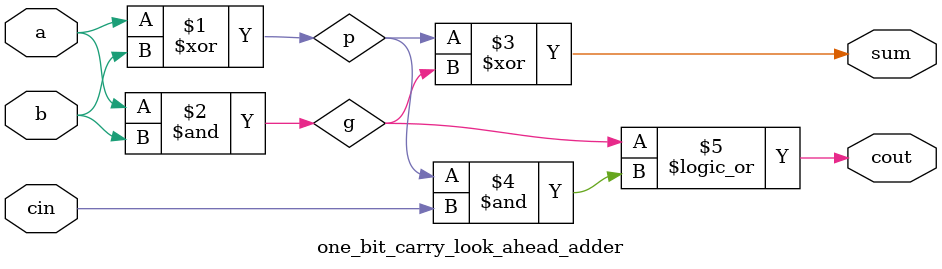
<source format=v>
module one_bit_carry_look_ahead_adder(sum, cout, a, b, cin);
output sum;
output cout;
input a, b, cin;
wire p, g;
assign p = a^b;
assign g = a & b;
assign sum = p^g;
assign cout = (g || (p  &  cin));
endmodule
</source>
